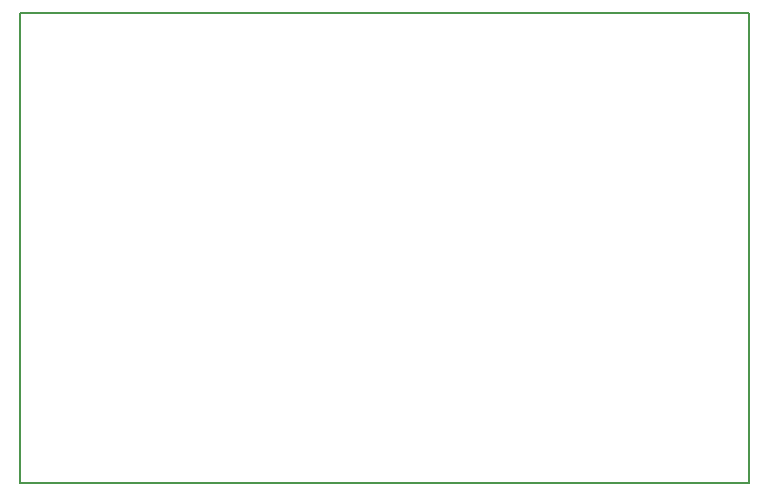
<source format=gm1>
G04 MADE WITH FRITZING*
G04 WWW.FRITZING.ORG*
G04 DOUBLE SIDED*
G04 HOLES PLATED*
G04 CONTOUR ON CENTER OF CONTOUR VECTOR*
%ASAXBY*%
%FSLAX23Y23*%
%MOIN*%
%OFA0B0*%
%SFA1.0B1.0*%
%ADD10R,2.440940X1.574800*%
%ADD11C,0.008000*%
%ADD10C,0.008*%
%LNCONTOUR*%
G90*
G70*
G54D10*
G54D11*
X4Y1571D02*
X2437Y1571D01*
X2437Y4D01*
X4Y4D01*
X4Y1571D01*
D02*
G04 End of contour*
M02*
</source>
